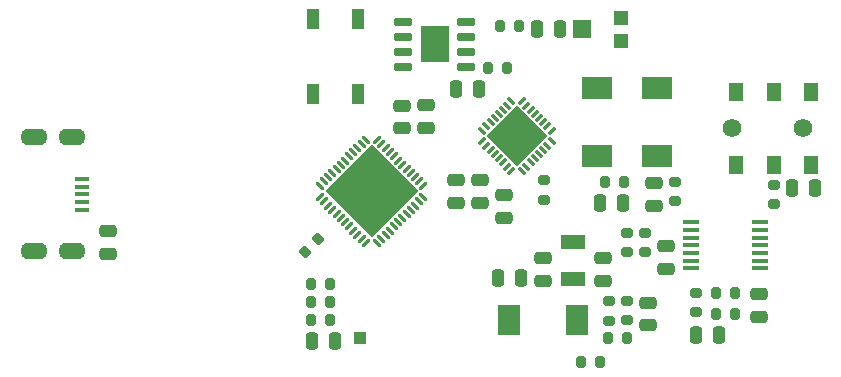
<source format=gbr>
%TF.GenerationSoftware,KiCad,Pcbnew,(6.0.0)*%
%TF.CreationDate,2022-03-10T17:49:05+08:00*%
%TF.ProjectId,st_usbAudioV1_demo,73745f75-7362-4417-9564-696f56315f64,rev?*%
%TF.SameCoordinates,Original*%
%TF.FileFunction,Soldermask,Top*%
%TF.FilePolarity,Negative*%
%FSLAX46Y46*%
G04 Gerber Fmt 4.6, Leading zero omitted, Abs format (unit mm)*
G04 Created by KiCad (PCBNEW (6.0.0)) date 2022-03-10 17:49:05*
%MOMM*%
%LPD*%
G01*
G04 APERTURE LIST*
G04 Aperture macros list*
%AMRoundRect*
0 Rectangle with rounded corners*
0 $1 Rounding radius*
0 $2 $3 $4 $5 $6 $7 $8 $9 X,Y pos of 4 corners*
0 Add a 4 corners polygon primitive as box body*
4,1,4,$2,$3,$4,$5,$6,$7,$8,$9,$2,$3,0*
0 Add four circle primitives for the rounded corners*
1,1,$1+$1,$2,$3*
1,1,$1+$1,$4,$5*
1,1,$1+$1,$6,$7*
1,1,$1+$1,$8,$9*
0 Add four rect primitives between the rounded corners*
20,1,$1+$1,$2,$3,$4,$5,0*
20,1,$1+$1,$4,$5,$6,$7,0*
20,1,$1+$1,$6,$7,$8,$9,0*
20,1,$1+$1,$8,$9,$2,$3,0*%
%AMRotRect*
0 Rectangle, with rotation*
0 The origin of the aperture is its center*
0 $1 length*
0 $2 width*
0 $3 Rotation angle, in degrees counterclockwise*
0 Add horizontal line*
21,1,$1,$2,0,0,$3*%
G04 Aperture macros list end*
%ADD10RoundRect,0.200000X-0.200000X-0.275000X0.200000X-0.275000X0.200000X0.275000X-0.200000X0.275000X0*%
%ADD11RoundRect,0.250000X0.250000X0.475000X-0.250000X0.475000X-0.250000X-0.475000X0.250000X-0.475000X0*%
%ADD12RoundRect,0.250000X-0.250000X-0.475000X0.250000X-0.475000X0.250000X0.475000X-0.250000X0.475000X0*%
%ADD13RoundRect,0.250000X-0.475000X0.250000X-0.475000X-0.250000X0.475000X-0.250000X0.475000X0.250000X0*%
%ADD14RotRect,0.254800X0.807999X45.000000*%
%ADD15RotRect,0.254800X0.807999X315.000000*%
%ADD16RotRect,3.606800X3.606800X315.000000*%
%ADD17RoundRect,0.200000X0.275000X-0.200000X0.275000X0.200000X-0.275000X0.200000X-0.275000X-0.200000X0*%
%ADD18R,1.000000X1.000000*%
%ADD19RoundRect,0.250000X0.475000X-0.250000X0.475000X0.250000X-0.475000X0.250000X-0.475000X-0.250000X0*%
%ADD20RoundRect,0.200000X-0.275000X0.200000X-0.275000X-0.200000X0.275000X-0.200000X0.275000X0.200000X0*%
%ADD21R,1.200000X1.200000*%
%ADD22R,1.500000X1.600000*%
%ADD23RoundRect,0.200000X0.200000X0.275000X-0.200000X0.275000X-0.200000X-0.275000X0.200000X-0.275000X0*%
%ADD24R,1.870200X2.540800*%
%ADD25RoundRect,0.150000X0.650000X0.150000X-0.650000X0.150000X-0.650000X-0.150000X0.650000X-0.150000X0*%
%ADD26R,2.410000X3.100000*%
%ADD27R,2.540800X1.870200*%
%ADD28RoundRect,0.062500X0.309359X-0.220971X-0.220971X0.309359X-0.309359X0.220971X0.220971X-0.309359X0*%
%ADD29RoundRect,0.062500X0.309359X0.220971X0.220971X0.309359X-0.309359X-0.220971X-0.220971X-0.309359X0*%
%ADD30RotRect,5.600000X5.600000X135.000000*%
%ADD31R,2.000000X1.200000*%
%ADD32R,1.143000X0.381000*%
%ADD33O,2.300000X1.400000*%
%ADD34C,1.574800*%
%ADD35R,1.244600X1.498600*%
%ADD36RoundRect,0.200000X-0.053033X0.335876X-0.335876X0.053033X0.053033X-0.335876X0.335876X-0.053033X0*%
%ADD37R,1.000000X1.700000*%
%ADD38R,1.461999X0.354800*%
G04 APERTURE END LIST*
D10*
%TO.C,R14*%
X142283000Y-81868000D03*
X143933000Y-81868000D03*
%TD*%
D11*
%TO.C,C2*%
X160060000Y-81360000D03*
X158160000Y-81360000D03*
%TD*%
D12*
%TO.C,C19*%
X161462000Y-60278000D03*
X163362000Y-60278000D03*
%TD*%
D13*
%TO.C,C30*%
X180192000Y-82696000D03*
X180192000Y-84596000D03*
%TD*%
D14*
%TO.C,U4*%
X159269655Y-66376413D03*
X158916102Y-66729966D03*
X158562549Y-67083519D03*
X158208995Y-67437073D03*
X157855442Y-67790626D03*
X157501888Y-68144180D03*
X157148335Y-68497733D03*
X156794782Y-68851286D03*
D15*
X156794782Y-69767556D03*
X157148335Y-70121109D03*
X157501888Y-70474662D03*
X157855442Y-70828216D03*
X158208995Y-71181769D03*
X158562549Y-71535323D03*
X158916102Y-71888876D03*
X159269655Y-72242429D03*
D14*
X160185925Y-72242429D03*
X160539478Y-71888876D03*
X160893031Y-71535323D03*
X161246585Y-71181769D03*
X161600138Y-70828216D03*
X161953692Y-70474662D03*
X162307245Y-70121109D03*
X162660798Y-69767556D03*
D15*
X162660798Y-68851286D03*
X162307245Y-68497733D03*
X161953692Y-68144180D03*
X161600138Y-67790626D03*
X161246585Y-67437073D03*
X160893031Y-67083519D03*
X160539478Y-66729966D03*
X160185925Y-66376413D03*
D16*
X159727790Y-69309421D03*
%TD*%
D17*
%TO.C,R23*%
X173080000Y-74819000D03*
X173080000Y-73169000D03*
%TD*%
D10*
%TO.C,R17*%
X158285000Y-60024000D03*
X159935000Y-60024000D03*
%TD*%
D18*
%TO.C,TP7*%
X146410000Y-86440000D03*
%TD*%
D11*
%TO.C,C26*%
X176824000Y-86186000D03*
X174924000Y-86186000D03*
%TD*%
D19*
%TO.C,C37*%
X125074000Y-79262000D03*
X125074000Y-77362000D03*
%TD*%
D20*
%TO.C,R16*%
X169016000Y-77487000D03*
X169016000Y-79137000D03*
%TD*%
D13*
%TO.C,C34*%
X171302000Y-73298000D03*
X171302000Y-75198000D03*
%TD*%
D10*
%TO.C,R26*%
X167429000Y-86389200D03*
X169079000Y-86389200D03*
%TD*%
D21*
%TO.C,RV1*%
X168530000Y-61278000D03*
D22*
X165280000Y-60278000D03*
D21*
X168530000Y-59278000D03*
%TD*%
D23*
%TO.C,R18*%
X158919000Y-63580000D03*
X157269000Y-63580000D03*
%TD*%
D19*
%TO.C,C20*%
X158602000Y-76214000D03*
X158602000Y-74314000D03*
%TD*%
D10*
%TO.C,R20*%
X176573000Y-82630000D03*
X178223000Y-82630000D03*
%TD*%
D24*
%TO.C,C8*%
X164785399Y-84916000D03*
X159022601Y-84916000D03*
%TD*%
D20*
%TO.C,R15*%
X170540000Y-77487000D03*
X170540000Y-79137000D03*
%TD*%
D17*
%TO.C,R27*%
X169016000Y-84916000D03*
X169016000Y-83266000D03*
%TD*%
D25*
%TO.C,U5*%
X155410000Y-63453000D03*
X155410000Y-62183000D03*
X155410000Y-60913000D03*
X155410000Y-59643000D03*
X150110000Y-59643000D03*
X150110000Y-60913000D03*
X150110000Y-62183000D03*
X150110000Y-63453000D03*
D26*
X152760000Y-61548000D03*
%TD*%
D12*
%TO.C,C4*%
X142412000Y-86694000D03*
X144312000Y-86694000D03*
%TD*%
D27*
%TO.C,C24*%
X171556000Y-65270601D03*
X171556000Y-71033399D03*
%TD*%
D23*
%TO.C,R7*%
X166793000Y-88472000D03*
X165143000Y-88472000D03*
%TD*%
D17*
%TO.C,R24*%
X181462000Y-75073000D03*
X181462000Y-73423000D03*
%TD*%
D28*
%TO.C,U1*%
X147912136Y-78369223D03*
X148265689Y-78015670D03*
X148619243Y-77662116D03*
X148972796Y-77308563D03*
X149326349Y-76955010D03*
X149679903Y-76601456D03*
X150033456Y-76247903D03*
X150387010Y-75894349D03*
X150740563Y-75540796D03*
X151094116Y-75187243D03*
X151447670Y-74833689D03*
X151801223Y-74480136D03*
D29*
X151801223Y-73507864D03*
X151447670Y-73154311D03*
X151094116Y-72800757D03*
X150740563Y-72447204D03*
X150387010Y-72093651D03*
X150033456Y-71740097D03*
X149679903Y-71386544D03*
X149326349Y-71032990D03*
X148972796Y-70679437D03*
X148619243Y-70325884D03*
X148265689Y-69972330D03*
X147912136Y-69618777D03*
D28*
X146939864Y-69618777D03*
X146586311Y-69972330D03*
X146232757Y-70325884D03*
X145879204Y-70679437D03*
X145525651Y-71032990D03*
X145172097Y-71386544D03*
X144818544Y-71740097D03*
X144464990Y-72093651D03*
X144111437Y-72447204D03*
X143757884Y-72800757D03*
X143404330Y-73154311D03*
X143050777Y-73507864D03*
D29*
X143050777Y-74480136D03*
X143404330Y-74833689D03*
X143757884Y-75187243D03*
X144111437Y-75540796D03*
X144464990Y-75894349D03*
X144818544Y-76247903D03*
X145172097Y-76601456D03*
X145525651Y-76955010D03*
X145879204Y-77308563D03*
X146232757Y-77662116D03*
X146586311Y-78015670D03*
X146939864Y-78369223D03*
D30*
X147426000Y-73994000D03*
%TD*%
D31*
%TO.C,L1*%
X164444000Y-81436000D03*
X164444000Y-78236000D03*
%TD*%
D11*
%TO.C,C25*%
X168696000Y-75010000D03*
X166796000Y-75010000D03*
%TD*%
D13*
%TO.C,C36*%
X170794000Y-83407200D03*
X170794000Y-85307200D03*
%TD*%
D19*
%TO.C,C13*%
X166984000Y-81548000D03*
X166984000Y-79648000D03*
%TD*%
D13*
%TO.C,C14*%
X151998000Y-66694000D03*
X151998000Y-68594000D03*
%TD*%
D11*
%TO.C,C35*%
X184952000Y-73740000D03*
X183052000Y-73740000D03*
%TD*%
D19*
%TO.C,C12*%
X161904000Y-81548000D03*
X161904000Y-79648000D03*
%TD*%
D13*
%TO.C,C18*%
X156570000Y-73044000D03*
X156570000Y-74944000D03*
%TD*%
D12*
%TO.C,C22*%
X154604000Y-65358000D03*
X156504000Y-65358000D03*
%TD*%
D32*
%TO.C,U8*%
X122875750Y-72952600D03*
X122875750Y-73613000D03*
X122875750Y-74248000D03*
X122875750Y-74883000D03*
X122875750Y-75543400D03*
D33*
X122088350Y-79074000D03*
X118811750Y-79074000D03*
X122088350Y-69422000D03*
X118811750Y-69422000D03*
%TD*%
D10*
%TO.C,R5*%
X167175000Y-73232000D03*
X168825000Y-73232000D03*
%TD*%
D34*
%TO.C,J6*%
X177956800Y-68660000D03*
X183951200Y-68660000D03*
D35*
X184662400Y-65561200D03*
X184662400Y-71758800D03*
X178261600Y-65561200D03*
X178261600Y-71733400D03*
X181462000Y-65561200D03*
X181462000Y-71733400D03*
%TD*%
D36*
%TO.C,R1*%
X142929363Y-77982637D03*
X141762637Y-79149363D03*
%TD*%
D37*
%TO.C,S1*%
X146278000Y-59414000D03*
X146278000Y-65714000D03*
X142478000Y-59414000D03*
X142478000Y-65714000D03*
%TD*%
D10*
%TO.C,R2*%
X142283000Y-84916000D03*
X143933000Y-84916000D03*
%TD*%
D27*
%TO.C,C23*%
X166476000Y-65270601D03*
X166476000Y-71033399D03*
%TD*%
D20*
%TO.C,R12*%
X162031000Y-73042000D03*
X162031000Y-74692000D03*
%TD*%
D13*
%TO.C,C29*%
X172318000Y-78632000D03*
X172318000Y-80532000D03*
%TD*%
D19*
%TO.C,C15*%
X154538000Y-74944000D03*
X154538000Y-73044000D03*
%TD*%
D38*
%TO.C,U6*%
X180319000Y-80516001D03*
X180319000Y-79866000D03*
X180319000Y-79215999D03*
X180319000Y-78566000D03*
X180319000Y-77916001D03*
X180319000Y-77266000D03*
X180319000Y-76616001D03*
X174477000Y-76615999D03*
X174477000Y-77266000D03*
X174477000Y-77915999D03*
X174477000Y-78566000D03*
X174477000Y-79215999D03*
X174477000Y-79866000D03*
X174477000Y-80515999D03*
%TD*%
D20*
%TO.C,R25*%
X167492000Y-83278200D03*
X167492000Y-84928200D03*
%TD*%
D10*
%TO.C,R21*%
X176573000Y-84408000D03*
X178223000Y-84408000D03*
%TD*%
D13*
%TO.C,C5*%
X149966000Y-66760000D03*
X149966000Y-68660000D03*
%TD*%
D20*
%TO.C,R11*%
X174858000Y-82567000D03*
X174858000Y-84217000D03*
%TD*%
D10*
%TO.C,R13*%
X142283000Y-83392000D03*
X143933000Y-83392000D03*
%TD*%
M02*

</source>
